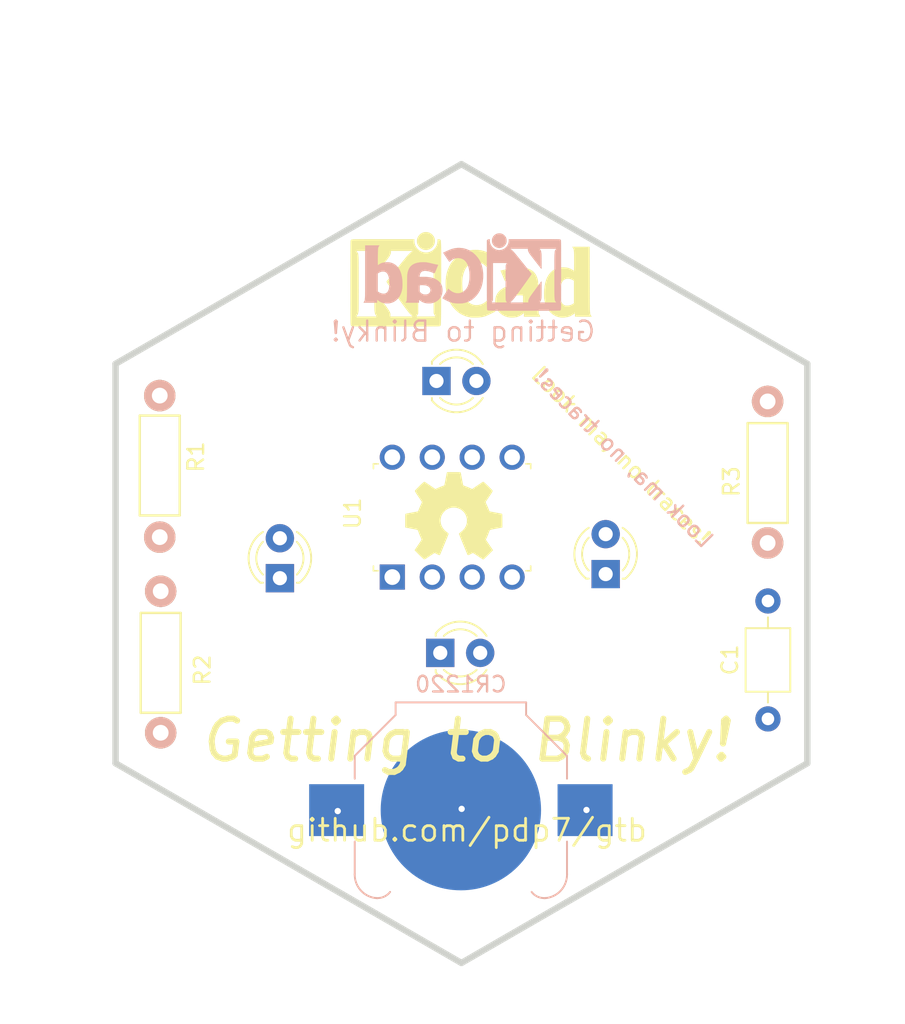
<source format=kicad_pcb>
(kicad_pcb (version 20210108) (generator pcbnew)
  (layers (0 "F.Cu" signal) (1 "In1.Cu" signal) (2 "In2.Cu" signal) (3 "In3.Cu" signal) (4 "In4.Cu" signal) (31 "B.Cu" signal) (34 "B.Paste" user) (35 "F.Paste" user) (36 "B.SilkS" user "B.Silkscreen") (37 "F.SilkS" user "F.Silkscreen") (38 "B.Mask" user) (39 "F.Mask" user) (44 "Edge.Cuts" user))
  (net 0 "")
  (net 1 "GND")
  (net 2 "/VDD")
  (net 3 "Net-(C1-Pad1)")
  (net 4 "Net-(D1-Pad2)")
  (net 5 "Net-(R1-Pad2)")
  (net 6 "Net-(R3-Pad1)")
  (footprint "digikey-footprints:DIP-8_W7.62mm" (layer "F.Cu") (at 152.07 95.27 90)
    (fp_text reference "U1" (at 4.05 -2.52 270) (layer "F.SilkS"))
    (fp_text value "7555")
    (pad "1" thru_hole rect (at 0 0 90) (size 1.6 1.6) (drill 1) (layers *.Cu *.Mask) (net 1 "GND"))
    (pad "2" thru_hole circle (at 0 2.54 90) (size 1.6 1.6) (drill 1) (layers *.Cu *.Mask) (net 3 "Net-(C1-Pad1)"))
    (pad "3" thru_hole circle (at 0 5.08 90) (size 1.6 1.6) (drill 1) (layers *.Cu *.Mask) (net 6 "Net-(R3-Pad1)"))
    (pad "4" thru_hole circle (at 0 7.62 90) (size 1.6 1.6) (drill 1) (layers *.Cu *.Mask) (net 2 "/VDD"))
    (pad "5" thru_hole circle (at 7.62 7.62 90) (size 1.6 1.6) (drill 1) (layers *.Cu *.Mask))
    (pad "6" thru_hole circle (at 7.62 5.08 90) (size 1.6 1.6) (drill 1) (layers *.Cu *.Mask) (net 3 "Net-(C1-Pad1)"))
    (pad "7" thru_hole circle (at 7.62 2.54 90) (size 1.6 1.6) (drill 1) (layers *.Cu *.Mask) (net 5 "Net-(R1-Pad2)"))
    (pad "8" thru_hole circle (at 7.62 0 90) (size 1.6 1.6) (drill 1) (layers *.Cu *.Mask) (net 2 "/VDD"))
  )
  (footprint "Wickerlib:RES-CARBONFILM-7MM" (layer "F.Cu") (at 175.94 93.1 90)
    (fp_text reference "R3")
    (fp_text value "100" hide)
    (fp_text user "${REFERENCE}" (at 3.9 -2.3 270) (layer "F.SilkS"))
    (pad "1" thru_hole circle (at 0 0 90) (size 1.99898 1.99898) (drill 1.00076) (layers *.Cu *.SilkS *.Mask) (net 6 "Net-(R3-Pad1)"))
    (pad "2" thru_hole circle (at 9 0 90) (size 1.99898 1.99898) (drill 1.00076) (layers *.Cu *.SilkS *.Mask) (net 4 "Net-(D1-Pad2)"))
  )
  (footprint "Wickerlib:RES-CARBONFILM-7MM" (layer "F.Cu") (at 137.34 105.17 90)
    (fp_text reference "R2")
    (fp_text value "470K" hide)
    (fp_text user "${REFERENCE}" (at 3.99 2.65 270) (layer "F.SilkS"))
    (pad "1" thru_hole circle (at 0 0 90) (size 1.99898 1.99898) (drill 1.00076) (layers *.Cu *.SilkS *.Mask) (net 5 "Net-(R1-Pad2)"))
    (pad "2" thru_hole circle (at 9 0 90) (size 1.99898 1.99898) (drill 1.00076) (layers *.Cu *.SilkS *.Mask) (net 3 "Net-(C1-Pad1)"))
  )
  (footprint "Wickerlib:RES-CARBONFILM-7MM" (layer "F.Cu") (at 137.28 83.73 -90)
    (fp_text reference "R1")
    (fp_text value "1K" hide)
    (fp_text user "${REFERENCE}" (at 3.9 -2.3 90) (layer "F.SilkS"))
    (pad "1" thru_hole circle (at 0 0 270) (size 1.99898 1.99898) (drill 1.00076) (layers *.Cu *.SilkS *.Mask) (net 2 "/VDD"))
    (pad "2" thru_hole circle (at 9 0 270) (size 1.99898 1.99898) (drill 1.00076) (layers *.Cu *.SilkS *.Mask) (net 5 "Net-(R1-Pad2)"))
  )
  (footprint "LED_THT:LED_D3.0mm" (layer "F.Cu") (at 144.92 95.34 90)
    (fp_text reference "D1" hide)
    (fp_text value "LED")
    (pad "1" thru_hole rect (at 0 0 90) (size 1.8 1.8) (drill 0.9) (layers *.Cu *.Mask) (net 1 "GND"))
    (pad "2" thru_hole circle (at 2.54 0 90) (size 1.8 1.8) (drill 0.9) (layers *.Cu *.Mask) (net 4 "Net-(D1-Pad2)"))
  )
  (footprint "Capacitor_THT:C_Axial_L3.8mm_D2.6mm_P7.50mm_Horizontal" (layer "F.Cu") (at 175.96 104.29 90)
    (fp_text reference "C1" (at 3.75 -2.42 270) (layer "F.SilkS"))
    (fp_text value "1uF" hide)
    (pad "1" thru_hole circle (at 0 0 90) (size 1.6 1.6) (drill 0.8) (layers *.Cu *.Mask) (net 3 "Net-(C1-Pad1)"))
    (pad "2" thru_hole oval (at 7.5 0 90) (size 1.6 1.6) (drill 0.8) (layers *.Cu *.Mask) (net 1 "GND"))
  )
  (footprint "afterdark:OSHW-Logo2_9.8x8mm_Copper" (layer "F.Cu") (at 155.98 92.31)
    (fp_text reference "REF**" hide)
    (fp_text value "OSHW-Logo2_9.8x8mm_Copper" hide)
  )
  (footprint "LED_THT:LED_D3.0mm" (layer "F.Cu") (at 154.88 82.8)
    (fp_text reference "D1" hide)
    (fp_text value "LED")
    (fp_text user "Getting to Blinky!" (at 1.7 -3.15) (layer "B.SilkS") (effects (font (size 1.27 1.27)) (justify mirror)))
    (pad "1" thru_hole rect (at 0 0) (size 1.8 1.8) (drill 0.9) (layers *.Cu *.Mask) (net 1 "GND"))
    (pad "2" thru_hole circle (at 2.54 0) (size 1.8 1.8) (drill 0.9) (layers *.Cu *.Mask) (net 4 "Net-(D1-Pad2)"))
  )
  (footprint "LED_THT:LED_D3.0mm" (layer "F.Cu") (at 155.12 100.09)
    (fp_text reference "D1" hide)
    (fp_text value "LED")
    (pad "1" thru_hole rect (at 0 0) (size 1.8 1.8) (drill 0.9) (layers *.Cu *.Mask) (net 1 "GND"))
    (pad "2" thru_hole circle (at 2.54 0) (size 1.8 1.8) (drill 0.9) (layers *.Cu *.Mask) (net 4 "Net-(D1-Pad2)"))
  )
  (footprint "LED_THT:LED_D3.0mm" (layer "F.Cu") (at 165.64 95.08 90)
    (fp_text reference "D1" hide)
    (fp_text value "LED")
    (pad "1" thru_hole rect (at 0 0 90) (size 1.8 1.8) (drill 0.9) (layers *.Cu *.Mask) (net 1 "GND"))
    (pad "2" thru_hole circle (at 2.54 0 90) (size 1.8 1.8) (drill 0.9) (layers *.Cu *.Mask) (net 4 "Net-(D1-Pad2)"))
  )
  (footprint "Symbol:KiCad-Logo2_6mm_SilkScreen" (layer "F.Cu") (at 157.07 76.31)
    (fp_text reference "REF**" hide)
    (fp_text value "KiCad-Logo2_6mm_SilkScreen" hide)
  )
  (footprint "Battery:BatteryHolder_Keystone_3000_1x12mm" (layer "B.Cu") (at 156.43 110.09 180)
    (fp_text reference "CR1220" (at 0 8 unlocked) (layer "B.SilkS") (effects (justify mirror)))
    (fp_text value "BatteryHolder_Keystone_3000_1x12mm" hide)
    (pad "1" smd rect (at 7.9 0 180) (size 3.5 3.3) (layers "B.Cu" "B.Paste" "B.Mask") (net 2 "/VDD"))
    (pad "1" smd rect (at -7.9 0 180) (size 3.5 3.3) (layers "B.Cu" "B.Paste" "B.Mask") (net 2 "/VDD"))
    (pad "2" smd circle (at 0 0 180) (size 10.2 10.2) (layers "B.Cu" "B.Paste" "B.Mask") (net 1 "GND"))
  )
  (footprint "Symbol:KiCad-Logo2_5mm_Copper" (layer "B.Cu") (at 156.53 76.39 180)
    (fp_text reference "REF**" hide)
    (fp_text value "KiCad-Logo2_5mm_Copper" hide)
  )
  (gr_line (start 178.463583 81.70926) (end 178.463583 107.109256) (layer "Edge.Cuts") (width 0.4064))
  (gr_line (start 134.469497 107.10926) (end 134.469497 81.709264) (layer "Edge.Cuts") (width 0.4064))
  (gr_line (start 156.46654 69.009264) (end 178.46358 81.70926) (layer "Edge.Cuts") (width 0.4064))
  (gr_line (start 134.469497 81.709264) (end 156.46654 69.009264) (layer "Edge.Cuts") (width 0.4064))
  (gr_line (start 156.46654 119.809256) (end 134.4695 107.10926) (layer "Edge.Cuts") (width 0.4064))
  (gr_line (start 178.463583 107.109256) (end 156.46654 119.809256) (layer "Edge.Cuts") (width 0.4064))
  (gr_text "Look ma, no traces!" (at 166.783588 87.716412 315) (layer "B.SilkS") (effects (font (size 1 1)) (justify mirror)))
  (gr_text "github.com/pdp7/gtb" (at 156.82 111.37) (layer "F.SilkS") (effects (font (size 1.397 1.397) (thickness 0.1778))))
  (gr_text "Look ma, no traces!" (at 166.617176 87.552824 315) (layer "F.SilkS") (effects (font (size 1 1))))
  (gr_text "Getting to Blinky!" (at 156.79 105.66) (layer "F.SilkS") (effects (font (size 2.54 2.54) (thickness 0.381) italic)))
  (via (at 156.48 110.01) (size 0.6) (drill 0.4) (layers "F.Cu" "B.Cu") (net 1))
  (via (at 148.6 110.15) (size 0.6) (drill 0.4) (layers "F.Cu" "B.Cu") (net 2))
  (via (at 164.42 110.08) (size 0.6) (drill 0.4) (layers "F.Cu" "B.Cu") (net 2))
)
</source>
